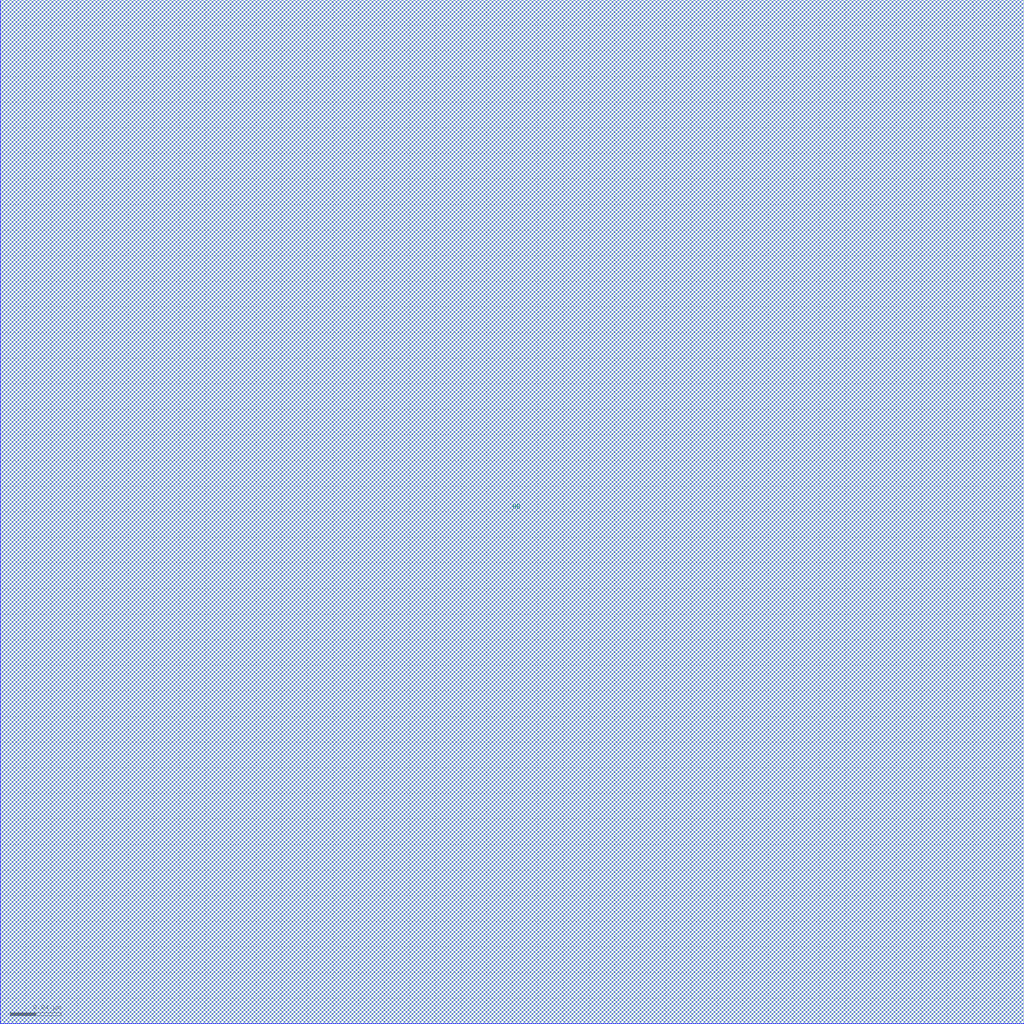
<source format=lef>
# BSD 3-Clause License
# 
# Copyright 2020 Lawrence T. Clark, Vinay Vashishtha, or Arizona State
# University
# 
# Redistribution and use in source and binary forms, with or without
# modification, are permitted provided that the following conditions are met:
# 
# 1. Redistributions of source code must retain the above copyright notice,
# this list of conditions and the following disclaimer.
# 
# 2. Redistributions in binary form must reproduce the above copyright
# notice, this list of conditions and the following disclaimer in the
# documentation and/or other materials provided with the distribution.
# 
# 3. Neither the name of the copyright holder nor the names of its
# contributors may be used to endorse or promote products derived from this
# software without specific prior written permission.
# 
# THIS SOFTWARE IS PROVIDED BY THE COPYRIGHT HOLDERS AND CONTRIBUTORS "AS IS"
# AND ANY EXPRESS OR IMPLIED WARRANTIES, INCLUDING, BUT NOT LIMITED TO, THE
# IMPLIED WARRANTIES OF MERCHANTABILITY AND FITNESS FOR A PARTICULAR PURPOSE
# ARE DISCLAIMED. IN NO EVENT SHALL THE COPYRIGHT HOLDER OR CONTRIBUTORS BE
# LIABLE FOR ANY DIRECT, INDIRECT, INCIDENTAL, SPECIAL, EXEMPLARY, OR
# CONSEQUENTIAL DAMAGES (INCLUDING, BUT NOT LIMITED TO, PROCUREMENT OF
# SUBSTITUTE GOODS OR SERVICES; LOSS OF USE, DATA, OR PROFITS; OR BUSINESS
# INTERRUPTION) HOWEVER CAUSED AND ON ANY THEORY OF LIABILITY, WHETHER IN
# CONTRACT, STRICT LIABILITY, OR TORT (INCLUDING NEGLIGENCE OR OTHERWISE)
# ARISING IN ANY WAY OUT OF THE USE OF THIS SOFTWARE, EVEN IF ADVISED OF THE
# POSSIBILITY OF SUCH DAMAGE.

VERSION 5.8 ;
BUSBITCHARS "[]" ;
DIVIDERCHAR "/" ;
CLEARANCEMEASURE EUCLIDEAN ;
USEMINSPACING OBS OFF ;

UNITS
  DATABASE MICRONS 1000 ;
END UNITS
MANUFACTURINGGRID 0.001 ;

# ========================
# Property Definitions
# ========================
PROPERTYDEFINITIONS
  LAYER LEF58_TYPE STRING ;
  LAYER LEF58_PITCH STRING ;
  LAYER LEF58_GAP STRING ;
  LAYER LEF58_EOLKEEPOUT STRING ;
  LAYER LEF58_SPACING STRING ;
  LAYER LEF58_CORNERSPACING STRING ;
  LAYER LEF58_WIDTHTABLE STRING ;
  LAYER LEF58_CUTCLASS STRING ;
  LAYER LEF58_SPACINGTABLE STRING ;
  LAYER LEF58_ENCLOSURE STRING ;
  LAYER LEF58_RIGHTWAYONGRIDONLY STRING ;
  LAYER LEF58_RECTONLY STRING ;
END PROPERTYDEFINITIONS

# ======================================================
# 1) LAYER DEFINITIONS (all layers first, ordered)
# ======================================================

# --- Base / Implants / Wells ---
LAYER LVTN
  TYPE IMPLANT ;
END LVTN

LAYER LVTP
  TYPE IMPLANT ;
END LVTP

LAYER RVTN
  TYPE IMPLANT ;
END RVTN

LAYER RVTP
  TYPE IMPLANT ;
END RVTP

LAYER RVTN_m
  TYPE IMPLANT ;
END RVTN_m

LAYER RVTP_m
  TYPE IMPLANT ;
END RVTP_m

LAYER SLVTN
  TYPE IMPLANT ;
END SLVTN

LAYER SLVTP
  TYPE IMPLANT ;
END SLVTP

LAYER nwell
  TYPE MASTERSLICE ;
  PROPERTY LEF58_TYPE "TYPE NWELL ;" ;
END nwell

LAYER pwell
  TYPE MASTERSLICE ;
  PROPERTY LEF58_TYPE "TYPE PWELL ;" ;
END pwell

LAYER Gate
  TYPE MASTERSLICE ;
END Gate

LAYER Active
  TYPE MASTERSLICE ;
END Active

# --- Bottom die stack (bottom-up) ---
# LAYER V0
#   TYPE CUT ;
#   SPACING 0.018 ;
#   WIDTH 0.018 ;
# END V0

LAYER M1
  TYPE ROUTING ;
  DIRECTION VERTICAL ;
  PITCH 0.036 ;
  WIDTH 0.018 ;
  SPACING 0.018 ;
  AREA 0.000666 ;
  SPACING 0.018 RANGE 0.036 1.0 ;
  PROPERTY LEF58_EOLKEEPOUT "EOLKEEPOUT 0.01825 EXTENSION 0.0 0.0 0.031 ;" ;
  PROPERTY LEF58_CORNERSPACING "CORNERSPACING CONVEXCORNER CORNERONLY 0.01 WIDTH 0.018 SPACING 0.018 ;" ;
  OFFSET 0.0 ;
# --- RC added from ict/setRC for M1 ---
  THICKNESS 0.036 ;
  HEIGHT 0.141 ;
  RESISTANCE RPERSQ 1.267515 ;
  CAPACITANCE CPERSQDIST 1.000000e-08 ;
  EDGECAPACITANCE 1.000000e-08 ;
END M1

LAYER V1
  TYPE CUT ;
  SPACING 0.018 ;
  WIDTH 0.018 ;
# --- RC added from ict/setRC for V1 ---
  RESISTANCE 17.2 ;
END V1

LAYER M2
  TYPE ROUTING ;
  DIRECTION HORIZONTAL ;
  WIDTH 0.018 ;
  SPACING 0.018 ;
  OFFSET -0.27 ;
  AREA 0.000666 ;
  MINSIZE 0.037 0.018 ;
  PITCH 0.045 0.036 ;
  PROPERTY LEF58_PITCH "
   PITCH 0.036 FIRSTLASTPITCH 0.045
     ;
   " ;
  PROPERTY LEF58_SPACING
   " SPACING 0.018 ENDOFLINE 0.025 WITHIN 0.02 ENDTOEND 0.031
     PARALLELEDGE 0.025 WITHIN 0.02 ; " ;
  PROPERTY LEF58_EOLKEEPOUT "
   EOLKEEPOUT 0.025 EXTENSION 0.0 0.0125 0.031 CORNERONLY ;
   " ;
  PROPERTY LEF58_CORNERSPACING "
   CORNERSPACING CONVEXCORNER WIDTH 0.0 SPACING 0.02 ;
   " ;
  PROPERTY LEF58_WIDTHTABLE "
   WIDTHTABLE 0.018 0.09 0.162 0.234 0.306 0.378 ;
   " ;
  PROPERTY LEF58_RIGHTWAYONGRIDONLY " RIGHTWAYONGRIDONLY ; " ;
  PROPERTY LEF58_RECTONLY " RECTONLY ; " ;
# --- RC added from ict/setRC for M2 ---
  THICKNESS 0.036 ;
  HEIGHT 0.213 ;
  RESISTANCE RPERSQ 0.83216 ;
  CAPACITANCE CPERSQDIST 0.003076 ;
  EDGECAPACITANCE 6.458970e-05 ;
END M2

LAYER V2
  TYPE CUT ;
  SPACING 0.018 ;
  WIDTH 0.018 ;
# --- RC added from ict/setRC for V2 ---
  RESISTANCE 17.2 ;
END V2

LAYER M3
  TYPE ROUTING ;
  DIRECTION VERTICAL ;
  PITCH 0.036 ;
  OFFSET 0.0 ;
  WIDTH 0.018 ;
  SPACING 0.018 ;
  AREA 0.000666 ;
  MINSIZE 0.037 0.018 ;
  PROPERTY LEF58_SPACING
   " SPACING 0.018 ENDOFLINE 0.025 WITHIN 0.0125 ENDTOEND 0.031
     PARALLELEDGE 0.025 WITHIN 0.02 ; " ;
  PROPERTY LEF58_EOLKEEPOUT "
   EOLKEEPOUT 0.025 EXTENSION 0.0 0.0125 0.031 CORNERONLY ;
   " ;
  PROPERTY LEF58_CORNERSPACING "
   CORNERSPACING CONVEXCORNER WIDTH 0.0 SPACING 0.02 ;
   " ;
  PROPERTY LEF58_WIDTHTABLE
   " WIDTHTABLE 0.018 0.09 0.162 0.234 0.306 0.378 ; " ;
  PROPERTY LEF58_RIGHTWAYONGRIDONLY " RIGHTWAYONGRIDONLY ; " ;
  PROPERTY LEF58_RECTONLY " RECTONLY ; " ;
# --- RC added from ict/setRC for M3 ---
  THICKNESS 0.036 ;
  HEIGHT 0.285 ;
  RESISTANCE RPERSQ 0.653852 ;
  CAPACITANCE CPERSQDIST 0.002566 ;
  EDGECAPACITANCE 5.388425e-05 ;
END M3

LAYER V3
  TYPE CUT ;
  PROPERTY LEF58_CUTCLASS "
   CUTCLASS V3 WIDTH 0.018 LENGTH 0.024 CUTS 1 ;
   CUTCLASS V3_0p480 WIDTH 0.018 LENGTH 0.12 CUTS 4 ;
   CUTCLASS V3_0p864 WIDTH 0.018 LENGTH 0.216 CUTS 8 ;
   " ;
  PROPERTY LEF58_SPACINGTABLE "
      SPACINGTABLE
       DEFAULT 0.034
       CUTCLASS V3 V3_0p480 V3_0p864
              V3       -  -        -        -  - -
              V3_0p480 -  -        -        -  - -
              V3_0p864 -  -        -        -  - -
      ;
   " ;
  PROPERTY LEF58_ENCLOSURE "
   ENCLOSURE CUTCLASS V3 BELOW EOL 0.0 0.005 0.0 ;
   ENCLOSURE CUTCLASS V3 ABOVE EOL 0.02425 0.011 0.0 ;
   ENCLOSURE CUTCLASS V3_0p480 END 0.0 SIDE 0.0 ;
   ENCLOSURE CUTCLASS V3_0p864 END 0.0 SIDE 0.0 ;
   " ;
# --- RC added from ict/setRC for V3 ---
  RESISTANCE 17.2 ;
END V3

LAYER M4
  TYPE ROUTING ;
  DIRECTION HORIZONTAL ;
  PITCH 0.048 ;
  WIDTH 0.024 ;
  SPACING 0.024 ;
  OFFSET 0.003 ;
  AREA 0.002 ;
  PROPERTY LEF58_SPACING " SPACING 0.024 ENDOFLINE 0.025 WITHIN 0.04 ENDTOEND 0.04 ; " ;
  PROPERTY LEF58_WIDTHTABLE " WIDTHTABLE 0.024 0.12 0.216 0.312 0.408 ; " ;
  PROPERTY LEF58_CORNERSPACING "   CORNERSPACING CONVEXCORNER CORNERONLY 0.048
   WIDTH 0.0 SPACING 0.04 ;
   " ;
  PROPERTY LEF58_EOLKEEPOUT "
   EOLKEEPOUT 0.025 EXTENSION 0.048 0.02425 0.048 CORNERONLY ;
   " ;
  SPACINGTABLE
    PARALLELRUNLENGTH 0.0
    WIDTH 0.0 0.024
    WIDTH 0.025 0.072 ;
  PROPERTY LEF58_RIGHTWAYONGRIDONLY " RIGHTWAYONGRIDONLY ; " ;
  PROPERTY LEF58_RECTONLY " RECTONLY ; " ;
# --- RC added from ict/setRC for M4 ---
  THICKNESS 0.048 ;
  HEIGHT 0.357 ;
  RESISTANCE RPERSQ 0.487399 ;
  CAPACITANCE CPERSQDIST 0.002368 ;
  EDGECAPACITANCE 6.630190e-05 ;
END M4

LAYER V4
  TYPE CUT ;
  PROPERTY LEF58_CUTCLASS "
   CUTCLASS Vx WIDTH 0.024 LENGTH 0.024 ;
   CUTCLASS Vx_0p480 WIDTH 0.024 LENGTH 0.12 CUTS 4 ;
   CUTCLASS Vx_0p864 WIDTH 0.024 LENGTH 0.216 CUTS 8 ;
   CUTCLASS Vx_1p248 WIDTH 0.024 LENGTH 0.312 CUTS 12 ;
   CUTCLASS Vx_1p632 WIDTH 0.024 LENGTH 0.408 CUTS 16 ;
   " ;
  PROPERTY LEF58_SPACINGTABLE "
      SPACINGTABLE
       DEFAULT 0.034
       CUTCLASS Vx Vx_0p480 Vx_0p864 Vx_1p248 Vx_1p632
              Vx       -  -        -        -        - -  -        -        -        -
              Vx_0p480 -  -        -        -        - -  -        -        -        -
	      Vx_0p864 -  -        -        -        - -  -        -        -        -
	      Vx_1p248 -  -        -        -        - -  -        -        -        -
	      Vx_1p632 -  -        -        -        - -  -        -        -        -
      ;
   " ;
  PROPERTY LEF58_ENCLOSURE "
   ENCLOSURE CUTCLASS Vx 0.011 0.0 ;
   ENCLOSURE CUTCLASS Vx EOL 0.0 0.011 0.011 ;
   ENCLOSURE CUTCLASS Vx_0p480 END 0.0 SIDE 0.0 ;
   ENCLOSURE CUTCLASS Vx_0p864 END 0.0 SIDE 0.0 ;
   ENCLOSURE CUTCLASS Vx_1p248 END 0.0 SIDE 0.0 ;
   ENCLOSURE CUTCLASS Vx_1p632 END 0.0 SIDE 0.0 ;
   " ;
# --- RC added from ict/setRC for V4 ---
  RESISTANCE 11.8 ;
END V4

LAYER M5
  TYPE ROUTING ;
  DIRECTION VERTICAL ;
  PITCH 0.048 ;
  WIDTH 0.024 ;
  SPACING 0.024 ;
  OFFSET 0.0 ;
  AREA 0.002 ;
  PROPERTY LEF58_SPACING " SPACING 0.024 ENDOFLINE 0.025 WITHIN 0.04 ENDTOEND 0.04 ; " ;
  MINIMUMDENSITY 15.0 ;
  MAXIMUMDENSITY 90.0 ;
  DENSITYCHECKWINDOW 20.0 20.0 ;
  DENSITYCHECKSTEP 10.0 ;
  PROPERTY LEF58_WIDTHTABLE
   " WIDTHTABLE 0.024 0.12 0.216 0.312 0.408 0.504 0.6 0.696 0.792 0.888 0.984 ; " ;
  PROPERTY LEF58_CORNERSPACING "
   CORNERSPACING CONVEXCORNER CORNERONLY 0.048
   WIDTH 0.0 SPACING 0.04 ;
   " ;
  PROPERTY LEF58_EOLKEEPOUT "
   EOLKEEPOUT 0.025 EXTENSION 0.048 0.02425 0.048
      CORNERONLY ;
   " ;
  SPACINGTABLE
    PARALLELRUNLENGTH 0.0
    WIDTH 0.0 0.024
    WIDTH 0.025 0.072 ;
  PROPERTY LEF58_RIGHTWAYONGRIDONLY " RIGHTWAYONGRIDONLY ; " ;
  PROPERTY LEF58_RECTONLY " RECTONLY ; " ;
# --- RC added from ict/setRC for M5 ---
  THICKNESS 0.048 ;
  HEIGHT 0.453 ;
  RESISTANCE RPERSQ 0.463212 ;
  CAPACITANCE CPERSQDIST 0.002145 ;
  EDGECAPACITANCE 6.005755e-05 ;
END M5

LAYER V5
  TYPE CUT ;
  PROPERTY LEF58_CUTCLASS "
   CUTCLASS Vx WIDTH 0.024 LENGTH 0.032 ;
   CUTCLASS Vx_0p480 WIDTH 0.024 LENGTH 0.16 CUTS 4 ;
   CUTCLASS Vx_0p864 WIDTH 0.024 LENGTH 0.288 CUTS 8 ;
   CUTCLASS Vx_1p248 WIDTH 0.024 LENGTH 0.416 CUTS 12 ;
   CUTCLASS Vx_1p632 WIDTH 0.024 LENGTH 0.544 CUTS 16 ;
   " ;
  PROPERTY LEF58_SPACINGTABLE "
      SPACINGTABLE
       DEFAULT 0.034
       CUTCLASS Vx Vx_0p480 Vx_0p864 Vx_1p248 Vx_1p632
              Vx       -  -        -        -        - -  -        -        -        -
              Vx_0p480 -  -        -        -        - -  -        -        -        -
	      Vx_0p864 -  -        -        -        - -  -        -        -        -
	      Vx_1p248 -  -        -        -        - -  -        -        -        -
	      Vx_1p632 -  -        -        -        - -  -        -        -        -
      ;
   " ;
  PROPERTY LEF58_ENCLOSURE "
   ENCLOSURE CUTCLASS Vx EOL 0.02425 0.011 0.011 ;
   ENCLOSURE CUTCLASS Vx_0p480 END 0.0 SIDE 0.0 ;
   ENCLOSURE CUTCLASS Vx_0p864 END 0.0 SIDE 0.0 ;
   ENCLOSURE CUTCLASS Vx_1p248 END 0.0 SIDE 0.0 ;
   ENCLOSURE CUTCLASS Vx_1p632 END 0.0 SIDE 0.0 ;
   " ;
# --- RC added from ict/setRC for V5 ---
  RESISTANCE 11.8 ;
END V5

LAYER M6
  TYPE ROUTING ;
  DIRECTION HORIZONTAL ;
  PITCH 0.064 ;
  WIDTH 0.032 ;
  SPACING 0.032 ;
  AREA 0.0021875 ;
  PROPERTY LEF58_SPACING
   " SPACING 0.032 ENDOFLINE 0.0375 WITHIN 0.04 ENDTOEND 0.04 ; " ;
  PROPERTY LEF58_WIDTHTABLE " WIDTHTABLE 0.032 0.16 0.288 0.416 0.544 ; " ;
  PROPERTY LEF58_CORNERSPACING "
   CORNERSPACING CONVEXCORNER CORNERONLY 0.048
   WIDTH 0.0 SPACING 0.04 ;
   " ;
  PROPERTY LEF58_EOLKEEPOUT "
   EOLKEEPOUT 0.05 EXTENSION 0.048 0.03225 0.048 CORNERONLY ;
   " ;
  SPACINGTABLE
    PARALLELRUNLENGTH 0.0
    WIDTH 0.0 0.032
    WIDTH 0.033 0.072 ;
  PROPERTY LEF58_RIGHTWAYONGRIDONLY " RIGHTWAYONGRIDONLY ; " ;
  PROPERTY LEF58_RECTONLY " RECTONLY ; " ;
# --- RC added from ict/setRC for M6 ---
  THICKNESS 0.064 ;
  HEIGHT 0.549 ;
  RESISTANCE RPERSQ 0.379581 ;
  CAPACITANCE CPERSQDIST 0.001651 ;
  EDGECAPACITANCE 6.165110e-05 ;
END M6

LAYER V6
  TYPE CUT ;
  PROPERTY LEF58_CUTCLASS "
   CUTCLASS Vx WIDTH 0.032 LENGTH 0.032 ;
   CUTCLASS Vx_0p640 WIDTH 0.032 LENGTH 0.16 CUTS 4 ;
   CUTCLASS Vx_1p152 WIDTH 0.032 LENGTH 0.288 CUTS 8 ;
   CUTCLASS Vx_1p664 WIDTH 0.032 LENGTH 0.416 CUTS 12 ;
   CUTCLASS Vx_2p176 WIDTH 0.032 LENGTH 0.544 CUTS 16 ;
   " ;
  PROPERTY LEF58_SPACINGTABLE "
      SPACINGTABLE
       DEFAULT 0.034
       CUTCLASS Vx Vx_0p640 Vx_1p152 Vx_1p664 Vx_2p176
              Vx       -  -        -        -        - -  -        -        -        -
              Vx_0p640 -  -        -        -        - -  -        -        -        -
	      Vx_1p152 -  -        -        -        - -  -        -        -        -
	      Vx_1p664 -  -        -        -        - -  -        -        -        -
	      Vx_2p176 -  -        -        -        - -  -        -        -        -
      ;
   " ;
  PROPERTY LEF58_ENCLOSURE "
   ENCLOSURE CUTCLASS Vx 0.011 0.0 ;
   ENCLOSURE CUTCLASS Vx EOL 0.0 0.011 0.011 ;
   ENCLOSURE CUTCLASS Vx_0p640 END 0.0 SIDE 0.0 ;
   ENCLOSURE CUTCLASS Vx_1p152 END 0.0 SIDE 0.0 ;
   ENCLOSURE CUTCLASS Vx_1p664 END 0.0 SIDE 0.0 ;
   ENCLOSURE CUTCLASS Vx_2p176 END 0.0 SIDE 0.0 ;
   " ;
# --- RC added from ict/setRC for V6 ---
  RESISTANCE 8.2 ;
END V6

LAYER M7
  TYPE ROUTING ;
  DIRECTION VERTICAL ;
  PITCH 0.064 ;
  WIDTH 0.032 ;
  SPACING 0.032 ;
  AREA 0.0021875 ;
  PROPERTY LEF58_SPACING
   " SPACING 0.03 ENDOFLINE 0.0375 WITHIN 0.04 ENDTOEND 0.04 ; " ;
  PROPERTY LEF58_WIDTHTABLE " WIDTHTABLE 0.032 0.16 0.288 0.416 0.544 ; " ;
  PROPERTY LEF58_CORNERSPACING "
   CORNERSPACING CONVEXCORNER CORNERONLY 0.075
   WIDTH 0.0 SPACING 0.04 ;
   " ;
  PROPERTY LEF58_EOLKEEPOUT "
   EOLKEEPOUT 0.05 EXTENSION 0.048 0.03225 0.048
      CORNERONLY ;
   " ;
  SPACINGTABLE
    PARALLELRUNLENGTH 0.0
    WIDTH 0.0 0.032
    WIDTH 0.033 0.072 ;
  PROPERTY LEF58_RIGHTWAYONGRIDONLY " RIGHTWAYONGRIDONLY ; " ;
  PROPERTY LEF58_RECTONLY " RECTONLY ; " ;
# --- RC added from ict/setRC for M7 ---
  THICKNESS 0.064 ;
  HEIGHT 0.677 ;
  RESISTANCE RPERSQ 0.400995 ;
  CAPACITANCE CPERSQDIST 0.001378 ;
  EDGECAPACITANCE 5.146050e-05 ;
END M7

LAYER V7
  TYPE CUT ;
  SPACING 0.046 ;
  WIDTH 0.032 ;
# --- RC added from ict/setRC for V7 ---
  RESISTANCE 8.2 ;
END V7

LAYER M8
  TYPE ROUTING ;
  DIRECTION HORIZONTAL ;
  PITCH 0.08 0.08 ;
  WIDTH 0.04 ;
  AREA 0.00752 ;
  SPACINGTABLE
    PARALLELRUNLENGTH 0.0 0.39975 1.19975 1.79975
    WIDTH 0.0 0.04 0.04 0.04 0.04
    WIDTH 0.05975 0.04 0.04 0.04 0.04
    WIDTH 0.07975 0.04 0.04 0.04 0.04
    WIDTH 0.11975 0.04 0.04 0.04 0.04
    WIDTH 0.49975 0.04 0.04 0.04 0.5
    WIDTH 0.99975 0.04 0.04 0.04 1.0 ;
  MINIMUMCUT 2 WIDTH 1.805 WITHIN 1.705 FROMBELOW ;
  MINIMUMCUT 2 WIDTH 1.805 WITHIN 1.705 FROMABOVE ;
  MAXWIDTH 2.0 ;
  MINSTEP 0.04 STEP ;
# --- RC added from ict/setRC for M8 ---
  THICKNESS 0.08 ;
  HEIGHT 0.805 ;
  RESISTANCE RPERSQ 0.474476 ;
  CAPACITANCE CPERSQDIST 0.001321 ;
  EDGECAPACITANCE 6.165110e-05 ;
END M8

LAYER V8
  TYPE CUT ;
  SPACING 0.057 ;
  WIDTH 0.04 ;
# --- RC added from ict/setRC for V8 ---
  RESISTANCE 6.3 ;
END V8

LAYER M9
  TYPE ROUTING ;
  DIRECTION VERTICAL ;
  PITCH 0.08 0.08 ;
  WIDTH 0.04 ;
  AREA 0.00752 ;
  SPACINGTABLE
    PARALLELRUNLENGTH 0.0 0.39975 1.19975 1.79975
    WIDTH 0.0 0.04 0.04 0.04 0.04
    WIDTH 0.05975 0.04 0.04 0.04 0.04
    WIDTH 0.07975 0.04 0.04 0.04 0.04
    WIDTH 0.11975 0.04 0.04 0.04 0.04
    WIDTH 0.49975 0.04 0.04 0.04 0.5
    WIDTH 0.99975 0.04 0.04 0.04 1.0 ;
  MINIMUMCUT 2 WIDTH 1.805 WITHIN 1.705 FROMABOVE ;
  MINSTEP 0.04 STEP ;
# --- RC added from ict/setRC for M9 ---
  THICKNESS 0.08 ;
  HEIGHT 0.965 ;
  RESISTANCE RPERSQ 0.501244 ;
  CAPACITANCE CPERSQDIST 0.001103 ;
  EDGECAPACITANCE 5.146050e-05 ;
END M9

LAYER hb_layer
  TYPE CUT ;
  SPACING 0.8 ;
  WIDTH 0.8 ;
  RESISTANCE 0.02 ;
END hb_layer

LAYER M8_m
  TYPE ROUTING ;
  DIRECTION HORIZONTAL ;
  PITCH 0.08 0.08 ;
  WIDTH 0.04 ;
  AREA 0.00752 ;
  SPACINGTABLE
    PARALLELRUNLENGTH 0.0 0.39975 1.19975 1.79975
    WIDTH 0.0 0.04 0.04 0.04 0.04
    WIDTH 0.05975 0.04 0.04 0.04 0.04
    WIDTH 0.07975 0.04 0.04 0.04 0.04
    WIDTH 0.11975 0.04 0.04 0.04 0.04
    WIDTH 0.49975 0.04 0.04 0.04 0.5
    WIDTH 0.99975 0.04 0.04 0.04 1.0 ;
  MINIMUMCUT 2 WIDTH 1.805 WITHIN 1.705 FROMBELOW ;
  MINIMUMCUT 2 WIDTH 1.805 WITHIN 1.705 FROMABOVE ;
  MAXWIDTH 2.0 ;
  MINSTEP 0.04 STEP ;
# --- RC added from ict/setRC for M8_m ---
  THICKNESS 0.08 ;
  HEIGHT 1.445 ;
  RESISTANCE RPERSQ 0.474476 ;
  CAPACITANCE CPERSQDIST 0.001321 ;
  EDGECAPACITANCE 6.165110e-05 ;
END M8_m

LAYER V7_m
  TYPE CUT ;
  SPACING 0.046 ;
  WIDTH 0.032 ;
# --- RC added from ict/setRC for V7_m ---
  RESISTANCE 8.2 ;
END V7_m

LAYER M7_m
  TYPE ROUTING ;
  DIRECTION VERTICAL ;
  PITCH 0.064 ;
  WIDTH 0.032 ;
  SPACING 0.032 ;
  AREA 0.0021875 ;
  PROPERTY LEF58_SPACING " SPACING 0.03 ENDOFLINE 0.0375 WITHIN 0.04 ENDTOEND 0.04 ; " ;
  PROPERTY LEF58_WIDTHTABLE " WIDTHTABLE 0.032 0.16 0.288 0.416 0.544 ; " ;
  PROPERTY LEF58_CORNERSPACING "
   CORNERSPACING CONVEXCORNER CORNERONLY 0.075
   WIDTH 0.0 SPACING 0.04 ;
   " ;
  PROPERTY LEF58_EOLKEEPOUT "
   EOLKEEPOUT 0.05 EXTENSION 0.048 0.03225 0.048
      CORNERONLY ;
   " ;
  SPACINGTABLE
    PARALLELRUNLENGTH 0.0
    WIDTH 0.0 0.032
    WIDTH 0.033 0.072 ;
  PROPERTY LEF58_RIGHTWAYONGRIDONLY " RIGHTWAYONGRIDONLY ; " ;
  PROPERTY LEF58_RECTONLY " RECTONLY ; " ;
# --- RC added from ict/setRC for M7_m ---
  THICKNESS 0.064 ;
  HEIGHT 1.573 ;
  RESISTANCE RPERSQ 0.400995 ;
  CAPACITANCE CPERSQDIST 0.001378 ;
  EDGECAPACITANCE 5.146050e-05 ;
END M7_m

LAYER V6_m
  TYPE CUT ;
  PROPERTY LEF58_CUTCLASS "
   CUTCLASS Vx WIDTH 0.032 LENGTH 0.032 ;
   CUTCLASS Vx_0p640 WIDTH 0.032 LENGTH 0.16 CUTS 4 ;
   CUTCLASS Vx_1p152 WIDTH 0.032 LENGTH 0.288 CUTS 8 ;
   CUTCLASS Vx_1p664 WIDTH 0.032 LENGTH 0.416 CUTS 12 ;
   CUTCLASS Vx_2p176 WIDTH 0.032 LENGTH 0.544 CUTS 16 ;
   " ;
  PROPERTY LEF58_SPACINGTABLE "
      SPACINGTABLE
       DEFAULT 0.034
       CUTCLASS Vx Vx_0p640 Vx_1p152 Vx_1p664 Vx_2p176
              Vx       -  -        -        -        - -  -        -        -        -
              Vx_0p640 -  -        -        -        - -  -        -        -        -
	      Vx_1p152 -  -        -        -        - -  -        -        -        -
	      Vx_1p664 -  -        -        -        - -  -        -        -        -
	      Vx_2p176 -  -        -        -        - -  -        -        -        -
      ;
   " ;
  PROPERTY LEF58_ENCLOSURE "
   ENCLOSURE CUTCLASS Vx 0.011 0.0 ;
   ENCLOSURE CUTCLASS Vx EOL 0.0 0.011 0.011 ;
   ENCLOSURE CUTCLASS Vx_0p640 END 0.0 SIDE 0.0 ;
   ENCLOSURE CUTCLASS Vx_1p152 END 0.0 SIDE 0.0 ;
   ENCLOSURE CUTCLASS Vx_1p664 END 0.0 SIDE 0.0 ;
   ENCLOSURE CUTCLASS Vx_2p176 END 0.0 SIDE 0.0 ;
   " ;
# --- RC added from ict/setRC for V6_m ---
  RESISTANCE 8.2 ;
END V6_m

LAYER M6_m
  TYPE ROUTING ;
  DIRECTION HORIZONTAL ;
  PITCH 0.064 ;
  WIDTH 0.032 ;
  SPACING 0.032 ;
  AREA 0.0021875 ;
  PROPERTY LEF58_SPACING " SPACING 0.032 ENDOFLINE 0.0375 WITHIN 0.04 ENDTOEND 0.04 ; " ;
  PROPERTY LEF58_WIDTHTABLE " WIDTHTABLE 0.032 0.16 0.288 0.416 0.544 ; " ;
  PROPERTY LEF58_CORNERSPACING "
   CORNERSPACING CONVEXCORNER CORNERONLY 0.048
   WIDTH 0.0 SPACING 0.04 ;
   " ;
  PROPERTY LEF58_EOLKEEPOUT "
   EOLKEEPOUT 0.05 EXTENSION 0.048 0.03225 0.048 CORNERONLY ;
   " ;
  SPACINGTABLE
    PARALLELRUNLENGTH 0.0
    WIDTH 0.0 0.032
    WIDTH 0.033 0.072 ;
  PROPERTY LEF58_RIGHTWAYONGRIDONLY " RIGHTWAYONGRIDONLY ; " ;
  PROPERTY LEF58_RECTONLY " RECTONLY ; " ;
# --- RC added from ict/setRC for M6_m ---
  THICKNESS 0.064 ;
  HEIGHT 1.701 ;
  RESISTANCE RPERSQ 0.379581 ;
  CAPACITANCE CPERSQDIST 0.001651 ;
  EDGECAPACITANCE 6.165110e-05 ;
END M6_m

LAYER V5_m
  TYPE CUT ;
  PROPERTY LEF58_CUTCLASS "
   CUTCLASS Vx WIDTH 0.024 LENGTH 0.032 ;
   CUTCLASS Vx_0p480 WIDTH 0.024 LENGTH 0.16 CUTS 4 ;
   CUTCLASS Vx_0p864 WIDTH 0.024 LENGTH 0.288 CUTS 8 ;
   CUTCLASS Vx_1p248 WIDTH 0.024 LENGTH 0.416 CUTS 12 ;
   CUTCLASS Vx_1p632 WIDTH 0.024 LENGTH 0.544 CUTS 16 ;
   " ;
  PROPERTY LEF58_SPACINGTABLE "
      SPACINGTABLE
       DEFAULT 0.034
       CUTCLASS Vx Vx_0p480 Vx_0p864 Vx_1p248 Vx_1p632
              Vx       -  -        -        -        - -  -        -        -        -
              Vx_0p480 -  -        -        -        - -  -        -        -        -
	      Vx_0p864 -  -        -        -        - -  -        -        -        -
	      Vx_1p248 -  -        -        -        - -  -        -        -        -
	      Vx_1p632 -  -        -        -        - -  -        -        -        -
      ;
   " ;
  PROPERTY LEF58_ENCLOSURE "
   ENCLOSURE CUTCLASS Vx EOL 0.02425 0.011 0.011 ;
   ENCLOSURE CUTCLASS Vx_0p480 END 0.0 SIDE 0.0 ;
   ENCLOSURE CUTCLASS Vx_0p864 END 0.0 SIDE 0.0 ;
   ENCLOSURE CUTCLASS Vx_1p248 END 0.0 SIDE 0.0 ;
   ENCLOSURE CUTCLASS Vx_1p632 END 0.0 SIDE 0.0 ;
   " ;
# --- RC added from ict/setRC for V5_m ---
  RESISTANCE 11.8 ;
END V5_m

LAYER M5_m
  TYPE ROUTING ;
  DIRECTION VERTICAL ;
  PITCH 0.048 ;
  WIDTH 0.024 ;
  SPACING 0.024 ;
  OFFSET 0.0 ;
  AREA 0.002 ;
  PROPERTY LEF58_SPACING " SPACING 0.024 ENDOFLINE 0.025 WITHIN 0.04 ENDTOEND 0.04 ; " ;
  MINIMUMDENSITY 15.0 ;
  MAXIMUMDENSITY 90.0 ;
  DENSITYCHECKWINDOW 20.0 20.0 ;
  DENSITYCHECKSTEP 10.0 ;
  PROPERTY LEF58_WIDTHTABLE
   " WIDTHTABLE 0.024 0.12 0.216 0.312 0.408 0.504 0.6 0.696 0.792 0.888 0.984 ; " ;
  PROPERTY LEF58_CORNERSPACING "
   CORNERSPACING CONVEXCORNER CORNERONLY 0.048
   WIDTH 0.0 SPACING 0.04 ;
   " ;
  PROPERTY LEF58_EOLKEEPOUT "
   EOLKEEPOUT 0.025 EXTENSION 0.048 0.02425 0.048
      CORNERONLY ;
   " ;
  SPACINGTABLE
    PARALLELRUNLENGTH 0.0
    WIDTH 0.0 0.024
    WIDTH 0.025 0.072 ;
  PROPERTY LEF58_RIGHTWAYONGRIDONLY " RIGHTWAYONGRIDONLY ; " ;
  PROPERTY LEF58_RECTONLY " RECTONLY ; " ;
# --- RC added from ict/setRC for M5_m ---
  THICKNESS 0.048 ;
  HEIGHT 1.797 ;
  RESISTANCE RPERSQ 0.463212 ;
  CAPACITANCE CPERSQDIST 0.002145 ;
  EDGECAPACITANCE 6.005755e-05 ;
END M5_m

LAYER V4_m
  TYPE CUT ;
  PROPERTY LEF58_CUTCLASS "
   CUTCLASS Vx WIDTH 0.024 LENGTH 0.024 ;
   CUTCLASS Vx_0p480 WIDTH 0.024 LENGTH 0.12 CUTS 4 ;
   CUTCLASS Vx_0p864 WIDTH 0.024 LENGTH 0.216 CUTS 8 ;
   CUTCLASS Vx_1p248 WIDTH 0.024 LENGTH 0.312 CUTS 12 ;
   CUTCLASS Vx_1p632 WIDTH 0.024 LENGTH 0.408 CUTS 16 ;
   " ;
  PROPERTY LEF58_SPACINGTABLE "
      SPACINGTABLE
       DEFAULT 0.034
       CUTCLASS Vx Vx_0p480 Vx_0p864 Vx_1p248 Vx_1p632
              Vx       -  -        -        -        - -  -        -        -        -
              Vx_0p480 -  -        -        -        - -  -        -        -        -
	      Vx_0p864 -  -        -        -        - -  -        -        -        -
	      Vx_1p248 -  -        -        -        - -  -        -        -        -
	      Vx_1p632 -  -        -        -        - -  -        -        -        -
      ;
   " ;
  PROPERTY LEF58_ENCLOSURE "
   ENCLOSURE CUTCLASS Vx 0.011 0.0 ;
   ENCLOSURE CUTCLASS Vx EOL 0.0 0.011 0.011 ;
   ENCLOSURE CUTCLASS Vx_0p480 END 0.0 SIDE 0.0 ;
   ENCLOSURE CUTCLASS Vx_0p864 END 0.0 SIDE 0.0 ;
   ENCLOSURE CUTCLASS Vx_1p248 END 0.0 SIDE 0.0 ;
   ENCLOSURE CUTCLASS Vx_1p632 END 0.0 SIDE 0.0 ;
   " ;
# --- RC added from ict/setRC for V4_m ---
  RESISTANCE 11.8 ;
END V4_m

LAYER M4_m
  TYPE ROUTING ;
  DIRECTION HORIZONTAL ;
  PITCH 0.048 ;
  WIDTH 0.024 ;
  SPACING 0.024 ;
  OFFSET 0.003 ;
  AREA 0.002 ;
  PROPERTY LEF58_SPACING " SPACING 0.024 ENDOFLINE 0.025 WITHIN 0.04 ENDTOEND 0.04 ; " ;
  PROPERTY LEF58_WIDTHTABLE " WIDTHTABLE 0.024 0.12 0.216 0.312 0.408 ; " ;
  PROPERTY LEF58_CORNERSPACING "
   CORNERSPACING CONVEXCORNER CORNERONLY 0.048
   WIDTH 0.0 SPACING 0.04 ;
   " ;
  PROPERTY LEF58_EOLKEEPOUT "
   EOLKEEPOUT 0.025 EXTENSION 0.048 0.02425 0.048 CORNERONLY ;
   " ;
  SPACINGTABLE
    PARALLELRUNLENGTH 0.0
    WIDTH 0.0 0.024
    WIDTH 0.025 0.072 ;
  PROPERTY LEF58_RIGHTWAYONGRIDONLY " RIGHTWAYONGRIDONLY ; " ;
  PROPERTY LEF58_RECTONLY " RECTONLY ; " ;
# --- RC added from ict/setRC for M4_m ---
  THICKNESS 0.048 ;
  HEIGHT 1.893 ;
  RESISTANCE RPERSQ 0.487399 ;
  CAPACITANCE CPERSQDIST 0.002368 ;
  EDGECAPACITANCE 6.630190e-05 ;
END M4_m

LAYER V3_m
  TYPE CUT ;
  PROPERTY LEF58_CUTCLASS "
   CUTCLASS V3 WIDTH 0.018 LENGTH 0.024 CUTS 1 ;
   CUTCLASS V3_0p480 WIDTH 0.018 LENGTH 0.12 CUTS 4 ;
   CUTCLASS V3_0p864 WIDTH 0.018 LENGTH 0.216 CUTS 8 ;
   " ;
  PROPERTY LEF58_SPACINGTABLE "
      SPACINGTABLE
       DEFAULT 0.034
       CUTCLASS V3 V3_0p480 V3_0p864
              V3       -  -        -        -  - -
              V3_0p480 -  -        -        -  - -
              V3_0p864 -  -        -        -  - -
      ;
   " ;
  PROPERTY LEF58_ENCLOSURE "
   ENCLOSURE CUTCLASS V3 BELOW EOL 0.0 0.005 0.0 ;
   ENCLOSURE CUTCLASS V3 ABOVE EOL 0.02425 0.011 0.0 ;
   ENCLOSURE CUTCLASS V3_0p480 END 0.0 SIDE 0.0 ;
   ENCLOSURE CUTCLASS V3_0p864 END 0.0 SIDE 0.0 ;
   " ;
# --- RC added from ict/setRC for V3_m ---
  RESISTANCE 17.2 ;
END V3_m

LAYER M3_m
  TYPE ROUTING ;
  DIRECTION VERTICAL ;
  PITCH 0.036 ;
  OFFSET 0.0 ;
  WIDTH 0.018 ;
  SPACING 0.018 ;
  AREA 0.000666 ;
  MINSIZE 0.037 0.018 ;
  PROPERTY LEF58_SPACING
   " SPACING 0.018 ENDOFLINE 0.025 WITHIN 0.0125 ENDTOEND 0.031
     PARALLELEDGE 0.025 WITHIN 0.02 ; " ;
  PROPERTY LEF58_EOLKEEPOUT "
   EOLKEEPOUT 0.025 EXTENSION 0.0 0.0125 0.031 CORNERONLY ;
   " ;
  PROPERTY LEF58_CORNERSPACING "
   CORNERSPACING CONVEXCORNER WIDTH 0.0 SPACING 0.02
     ;
   " ;
  PROPERTY LEF58_WIDTHTABLE
   " WIDTHTABLE 0.018 0.09 0.162 0.234 0.306 0.378 ; " ;
  PROPERTY LEF58_RIGHTWAYONGRIDONLY " RIGHTWAYONGRIDONLY ; " ;
  PROPERTY LEF58_RECTONLY " RECTONLY ; " ;
# --- RC added from ict/setRC for M3_m ---
  THICKNESS 0.036 ;
  HEIGHT 1.965 ;
  RESISTANCE RPERSQ 0.653852 ;
  CAPACITANCE CPERSQDIST 0.002566 ;
  EDGECAPACITANCE 5.388425e-05 ;
END M3_m

LAYER V2_m
  TYPE CUT ;
  SPACING 0.018 ;
  WIDTH 0.018 ;
# --- RC added from ict/setRC for V2_m ---
  RESISTANCE 17.2 ;
END V2_m

LAYER M2_m
  TYPE ROUTING ;
  DIRECTION HORIZONTAL ;
  WIDTH 0.018 ;
  SPACING 0.018 ;
  OFFSET -0.27 ;
  AREA 0.000666 ;
  MINSIZE 0.037 0.018 ;
  PITCH 0.045 0.036 ;
  PROPERTY LEF58_PITCH "
   PITCH 0.036 FIRSTLASTPITCH 0.045
     ;
   " ;
  PROPERTY LEF58_SPACING
   " SPACING 0.018 ENDOFLINE 0.025 WITHIN 0.02 ENDTOEND 0.031
     PARALLELEDGE 0.025 WITHIN 0.02 ; " ;
  PROPERTY LEF58_EOLKEEPOUT "
   EOLKEEPOUT 0.025 EXTENSION 0.0 0.0125 0.031 CORNERONLY ;
   " ;
  PROPERTY LEF58_CORNERSPACING "
   CORNERSPACING CONVEXCORNER WIDTH 0.0 SPACING 0.02 ;
   " ;
  PROPERTY LEF58_WIDTHTABLE "
   WIDTHTABLE 0.018 0.09 0.162 0.234 0.306 0.378 ;
   " ;
  PROPERTY LEF58_RIGHTWAYONGRIDONLY " RIGHTWAYONGRIDONLY ; " ;
  PROPERTY LEF58_RECTONLY " RECTONLY ; " ;
# --- RC added from ict/setRC for M2_m ---
  THICKNESS 0.036 ;
  HEIGHT 2.037 ;
  RESISTANCE RPERSQ 0.83216 ;
  CAPACITANCE CPERSQDIST 0.003076 ;
  EDGECAPACITANCE 6.458970e-05 ;
END M2_m

LAYER V1_m
  TYPE CUT ;
  SPACING 0.018 ;
  WIDTH 0.018 ;
# --- RC added from ict/setRC for V1_m ---
  RESISTANCE 17.2 ;
END V1_m

LAYER M1_m
  TYPE ROUTING ;
  DIRECTION VERTICAL ;
  PITCH 0.036 ;
  WIDTH 0.018 ;
  SPACING 0.018 ;
  AREA 0.000666 ;
  PROPERTY LEF58_EOLKEEPOUT "EOLKEEPOUT 0.01825 EXTENSION 0.0 0.0 0.031 ;" ;
  PROPERTY LEF58_CORNERSPACING "CORNERSPACING CONVEXCORNER CORNERONLY 0.01 WIDTH 0.018 SPACING 0.018 ;" ;
  OFFSET 0.0 ;
# --- RC added from ict/setRC for M1_m ---
  THICKNESS 0.036 ;
  HEIGHT 2.109 ;
  RESISTANCE RPERSQ 1.267515 ;
  CAPACITANCE CPERSQDIST 1.000000e-08 ;
  EDGECAPACITANCE 1.000000e-08 ;
END M1_m

# LAYER V0_m
#   TYPE CUT ;
#   SPACING 0.018 ;
#   WIDTH 0.018 ;
# END V0_m

VIA VIA12 Default
  LAYER M1 ;  RECT -0.009 -0.011 0.009 0.011 ;
  LAYER M2 ;  RECT -0.014 -0.009 0.014 0.009 ;
  LAYER V1 ;  RECT -0.009 -0.009 0.009 0.009 ;
END VIA12

VIA VIA23 Default
  LAYER M2 ;  RECT -0.014 -0.009 0.014 0.009 ;
  LAYER M3 ;  RECT -0.009 -0.014 0.009 0.014 ;
  LAYER V2 ;  RECT -0.009 -0.009 0.009 0.009 ;
END VIA23

VIA VIA34 Default
  LAYER M3 ;  RECT -0.009 -0.017 0.009 0.017 ;
  LAYER M4 ;  RECT -0.02 -0.012 0.02 0.012 ;
  LAYER V3 ;  RECT -0.009 -0.012 0.009 0.012 ;
END VIA34

VIA VIA45 Default
  LAYER M4 ;  RECT -0.023 -0.012 0.023 0.012 ;
  LAYER M5 ;  RECT -0.012 -0.023 0.012 0.023 ;
  LAYER V4 ;  RECT -0.012 -0.012 0.012 0.012 ;
END VIA45

VIA VIA56 Default
  LAYER M5 ;  RECT -0.012 -0.027 0.012 0.027 ;
  LAYER M6 ;  RECT -0.023 -0.016 0.023 0.016 ;
  LAYER V5 ;  RECT -0.012 -0.016 0.012 0.016 ;
END VIA56

VIA VIA67 Default
  LAYER M6 ;  RECT -0.027 -0.016 0.027 0.016 ;
  LAYER M7 ;  RECT -0.016 -0.027 0.016 0.027 ;
  LAYER V6 ;  RECT -0.016 -0.016 0.016 0.016 ;
END VIA67

VIA VIA78 Default
  LAYER M7 ;  RECT -0.016 -0.027 0.016 0.027 ;
  LAYER M8 ;  RECT -0.027 -0.020 0.027 0.020 ;
  LAYER V7 ;  RECT -0.016 -0.016 0.016 0.016 ;
END VIA78

VIA VIA89 Default
  LAYER M8 ;  RECT -0.02 -0.02 0.02 0.02 ;
  LAYER M9 ;  RECT -0.02 -0.02 0.02 0.02 ;
  LAYER V8 ;  RECT -0.02 -0.02 0.02 0.02 ;
END VIA89

VIA hb_layer_0 DEFAULT
  LAYER hb_layer ; RECT -0.4 -0.4 0.4 0.4 ;
  LAYER M9 ; RECT -0.4 -0.4 0.4 0.4 ;
  LAYER M8_m ; RECT -0.4 -0.4 0.4 0.4 ;
END hb_layer_0

VIA hb_layer_1 DEFAULT
  LAYER hb_layer ; RECT -0.4 -0.4 0.4 0.4 ;
  LAYER M9 ; RECT -0.8 -0.8 0.8 0.8 ;
  LAYER M8_m ; RECT -0.4 -0.8 0.4 0.8 ;
END hb_layer_1

VIA hb_layer_2 DEFAULT
  LAYER hb_layer ; RECT -0.4 -0.4 0.4 0.4 ;
  LAYER M9 ; RECT -0.8 -0.8 0.8 0.8 ;
  LAYER M8_m ; RECT -0.8 -0.4 0.8 0.4 ;
END hb_layer_2

VIA hb_layer_3 DEFAULT
  LAYER hb_layer ; RECT -0.4 -0.4 0.4 0.4 ;
  LAYER M9 ; RECT -0.4 -0.8 0.4 0.8 ;
  LAYER M8_m ; RECT -0.8 -0.8 0.8 0.8 ;
END hb_layer_3

VIA hb_layer_4 DEFAULT
  LAYER hb_layer ; RECT -0.4 -0.4 0.4 0.4 ;
  LAYER M9 ; RECT -0.4 -0.8 0.4 0.8 ;
  LAYER M8_m ; RECT -0.4 -0.8 0.4 0.8 ;
END hb_layer_4

VIA hb_layer_5 DEFAULT
  LAYER hb_layer ; RECT -0.4 -0.4 0.4 0.4 ;
  LAYER M9 ; RECT -0.4 -0.8 0.4 0.8 ;
  LAYER M8_m ; RECT -0.8 -0.4 0.8 0.4 ;
END hb_layer_5

VIA hb_layer_6 DEFAULT
  LAYER hb_layer ; RECT -0.4 -0.4 0.4 0.4 ;
  LAYER M9 ; RECT -0.8 -0.4 0.8 0.4 ;
  LAYER M8_m ; RECT -0.8 -0.8 0.8 0.8 ;
END hb_layer_6

VIA hb_layer_7 DEFAULT
  LAYER hb_layer ; RECT -0.4 -0.4 0.4 0.4 ;
  LAYER M9 ; RECT -0.8 -0.4 0.8 0.4 ;
  LAYER M8_m ; RECT -0.4 -0.8 0.4 0.8 ;
END hb_layer_7

VIA hb_layer_8 DEFAULT
  LAYER hb_layer ; RECT -0.4 -0.4 0.4 0.4 ;
  LAYER M9 ; RECT -0.8 -0.4 0.8 0.4 ;
  LAYER M8_m ; RECT -0.8 -0.4 0.8 0.4 ;
END hb_layer_8

VIA VIA78_m Default
  LAYER M7_m ; RECT -0.016 -0.027 0.016 0.027 ;
  LAYER M8_m ; RECT -0.027 -0.020 0.027 0.020 ;
  LAYER V7_m ; RECT -0.016 -0.016 0.016 0.016 ;
END VIA78_m

VIA VIA67_m Default
  LAYER M6_m ; RECT -0.027 -0.016 0.027 0.016 ;
  LAYER M7_m ; RECT -0.016 -0.027 0.016 0.027 ;
  LAYER V6_m ; RECT -0.016 -0.016 0.016 0.016 ;
END VIA67_m

VIA VIA56_m Default
  LAYER M5_m ; RECT -0.012 -0.027 0.012 0.027 ;
  LAYER M6_m ; RECT -0.023 -0.016 0.023 0.016 ;
  LAYER V5_m ; RECT -0.012 -0.016 0.012 0.016 ;
END VIA56_m

VIA VIA45_m Default
  LAYER M4_m ; RECT -0.023 -0.012 0.023 0.012 ;
  LAYER M5_m ; RECT -0.012 -0.023 0.012 0.023 ;
  LAYER V4_m ; RECT -0.012 -0.012 0.012 0.012 ;
END VIA45_m

VIA VIA34_m Default
  LAYER M3_m ; RECT -0.009 -0.017 0.009 0.017 ;
  LAYER M4_m ; RECT -0.02 -0.012 0.02 0.012 ;
  LAYER V3_m ; RECT -0.009 -0.012 0.009 0.012 ;
END VIA34_m

VIA VIA23_m Default
  LAYER M2_m ; RECT -0.014 -0.009 0.014 0.009 ;
  LAYER M3_m ; RECT -0.009 -0.014 0.009 0.014 ;
  LAYER V2_m ; RECT -0.009 -0.009 0.009 0.009 ;
END VIA23_m

VIA VIA12_m Default
  LAYER M1_m ; RECT -0.009 -0.011 0.009 0.011 ;
  LAYER M2_m ; RECT -0.014 -0.009 0.014 0.009 ;
  LAYER V1_m ; RECT -0.009 -0.009 0.009 0.009 ;
END VIA12_m

# ======================================================
# 3) VIARULES (after layers & vias)
# ======================================================

VIARULE M9_M8 GENERATE DEFAULT
  LAYER M8 ; ENCLOSURE 0.0 0.0 ;
  LAYER M9 ; ENCLOSURE 0.0 0.02 ;
  LAYER V8 ;
    RECT -0.02 -0.02 0.02 0.02 ;
    SPACING 0.097 BY 0.097 ;
END M9_M8

VIARULE M8_M7 GENERATE DEFAULT
  LAYER M7 ; ENCLOSURE 0.0 0.0 ;
  LAYER M8 ; ENCLOSURE 0.011 0.0 ;
  LAYER V7 ;
    RECT -0.016 -0.016 0.016 0.016 ;
    SPACING 0.078 BY 0.078 ;
END M8_M7

VIARULE M7_M6 GENERATE DEFAULT
  LAYER M6 ; ENCLOSURE 0.011 0.0 ;
  LAYER M7 ; ENCLOSURE 0.0 0.011 ;
  LAYER V6 ;
    RECT -0.016 -0.016 0.016 0.016 ;
    SPACING 0.078 BY 0.078 ;
END M7_M6

VIARULE M6_M5 GENERATE DEFAULT
  LAYER M5 ; ENCLOSURE 0.011 0.0 ; WIDTH 0.024 TO 0.024 ;
  LAYER M6 ; ENCLOSURE 0.011 0.0 ; WIDTH 0.032 TO 0.032 ;
  LAYER V5 ;
    RECT -0.012 -0.016 0.012 0.016 ;
    SPACING 0.058 BY 0.308 ; # avoid dual cut on routing
END M6_M5

VIARULE M3_M2widePWR0p936 GENERATE
  LAYER M2 ; ENCLOSURE 0.0 0.0 ;
  LAYER M3 ; ENCLOSURE 0.0 0.0 ; WIDTH 0.234 TO 0.234 ;
  LAYER V2 ;
    RECT -0.117 -0.009 0.117 0.009 ;
    SPACING 0.277 BY 0.036 ;
END M3_M2widePWR0p936

VIARULE M4_M3widePWR0p864 GENERATE
  LAYER M3 ; ENCLOSURE 0.0 0.0 ; WIDTH 0.2335 TO 0.2345 ;
  LAYER M4 ; ENCLOSURE 0.0 0.0 ; WIDTH 0.2155 TO 0.2165 ;
  LAYER V3 ;
    RECT -0.009 -0.108 0.009 0.108 ;
    SPACING 0.036 BY 0.277 ;
END M4_M3widePWR0p864

VIARULE M5_M4widePWR0p864 GENERATE
  LAYER M4 ; ENCLOSURE 0.0 0.0 ;
  LAYER M5 ; ENCLOSURE 0.0 0.0 ; WIDTH 0.216 TO 0.216 ;
  LAYER V4 ;
    RECT -0.108 -0.012 0.108 0.012 ;
    SPACING 0.532 BY 0.096 ;
END M5_M4widePWR0p864

VIARULE M6_M5widePWR1p152 GENERATE
  LAYER M5 ; ENCLOSURE 0.0 0.0 ;
  LAYER M6 ; ENCLOSURE 0.0 0.0 ; WIDTH 0.288 TO 0.288 ;
  LAYER V5 ;
    RECT -0.012 -0.144 0.012 0.144 ;
    SPACING 0.096 BY 0.382 ;
END M6_M5widePWR1p152

VIARULE M7_M6widePWR1p152 GENERATE
  LAYER M6 ; ENCLOSURE 0.0 0.0 ;
  LAYER M7 ; ENCLOSURE 0.0 0.0 ;
  LAYER V6 ;
    RECT -0.144 -0.016 0.144 0.016 ;
    SPACING 0.532 BY 0.096 ;
END M7_M6widePWR1p152

VIARULE M2_M1 GENERATE DEFAULT
  LAYER M1 ; ENCLOSURE 0.0 0.0 ;
  LAYER M2 ; ENCLOSURE 0.002 0.0 ;
  LAYER V1 ;
    RECT -0.009 -0.009 0.009 0.009 ;
    SPACING 0.036 BY 0.036 ;
END M2_M1

VIARULE hb_layerArray-0 GENERATE
  LAYER M9 ;
    ENCLOSURE 0 0 ;
  LAYER M8_m ;
    ENCLOSURE 0 0 ;
  LAYER hb_layer ;
    RECT -0.4 -0.4 0.4 0.4 ;
    SPACING 1.68 BY 1.68 ;
END hb_layerArray-0

VIARULE M8_m_M7_m GENERATE DEFAULT
  LAYER M7_m ; ENCLOSURE 0.0 0.0 ;
  LAYER M8_m ; ENCLOSURE 0.011 0.0 ;
  LAYER V7_m ;
    RECT -0.016 -0.016 0.016 0.016 ;
    SPACING 0.078 BY 0.078 ;
END M8_m_M7_m

VIARULE M7_m_M6_m GENERATE DEFAULT
  LAYER M6_m ; ENCLOSURE 0.011 0.0 ;
  LAYER M7_m ; ENCLOSURE 0.0 0.011 ;
  LAYER V6_m ;
    RECT -0.016 -0.016 0.016 0.016 ;
    SPACING 0.078 BY 0.078 ;
END M7_m_M6_m

VIARULE M6_m_M5_m GENERATE DEFAULT
  LAYER M5_m ; ENCLOSURE 0.011 0.0 ; WIDTH 0.024 TO 0.024 ;
  LAYER M6_m ; ENCLOSURE 0.011 0.0 ; WIDTH 0.032 TO 0.032 ;
  LAYER V5_m ;
    RECT -0.012 -0.016 0.012 0.016 ;
    SPACING 0.058 BY 0.308 ;
END M6_m_M5_m

VIARULE M3_m_M2_mwidePWR0p936 GENERATE
  LAYER M2_m ; 
    ENCLOSURE 0.0 0.0 ;
  LAYER M3_m ; 
    ENCLOSURE 0.0 0.0 ; WIDTH 0.234 TO 0.234 ;
  LAYER V2_m ;
    RECT -0.117 -0.009 0.117 0.009 ;
    SPACING 0.277 BY 0.036 ;
END M3_m_M2_mwidePWR0p936

VIARULE M4_m_M3_mwidePWR0p864 GENERATE
  LAYER M3_m ; 
    ENCLOSURE 0.0 0.0 ; 
    WIDTH 0.2335 TO 0.2345 ;
  LAYER M4_m ; 
    ENCLOSURE 0.0 0.0 ; 
    WIDTH 0.2155 TO 0.2165 ;
  LAYER V3_m ;
    RECT -0.009 -0.108 0.009 0.108 ;
    SPACING 0.036 BY 0.277 ;
END M4_m_M3_mwidePWR0p864

VIARULE M5_m_M4_mwidePWR0p864 GENERATE
  LAYER M4_m ; ENCLOSURE 0.0 0.0 ;
  LAYER M5_m ; ENCLOSURE 0.0 0.0 ; WIDTH 0.216 TO 0.216 ;
  LAYER V4_m ;
    RECT -0.108 -0.012 0.108 0.012 ;
    SPACING 0.532 BY 0.096 ;
END M5_m_M4_mwidePWR0p864

VIARULE M6_m_M5_mwidePWR1p152 GENERATE
  LAYER M5_m ; ENCLOSURE 0.0 0.0 ;
  LAYER M6_m ; ENCLOSURE 0.0 0.0 ; WIDTH 0.288 TO 0.288 ;
  LAYER V5_m ;
    RECT -0.012 -0.144 0.012 0.144 ;
    SPACING 0.096 BY 0.382 ;
END M6_m_M5_mwidePWR1p152

VIARULE M7_m_M6_mwidePWR1p152 GENERATE
  LAYER M6_m ; ENCLOSURE 0.0 0.0 ;
  LAYER M7_m ; ENCLOSURE 0.0 0.0 ;
  LAYER V6_m ;
    RECT -0.144 -0.016 0.144 0.016 ;
    SPACING 0.532 BY 0.096 ;
END M7_m_M6_mwidePWR1p152

VIARULE M2_m_M1_m GENERATE DEFAULT
  LAYER M1_m ; ENCLOSURE 0.0 0.0 ;
  LAYER M2_m ; ENCLOSURE 0.002 0.0 ;
  LAYER V1_m ;
    RECT -0.009 -0.009 0.009 0.009 ;
    SPACING 0.036 BY 0.036 ;
END M2_m_M1_m

END LIBRARY

MACRO HBT_BUF_bottom
  CLASS COVER ;
  ORIGIN 0.0 0.0 ;
  SIZE 0.8 BY 0.8 ;  
  SYMMETRY X Y R90 ;
  SITE CORE ;         

  PIN HB
    DIRECTION INOUT ;
    USE SIGNAL ;
    PORT
      LAYER M9 ;
        RECT 0.0 0.0 0.8 0.8 ;
    END
  END HB

END HBT_BUF_bottom

MACRO HBT_BUF_T
  CLASS COVER ;
  ORIGIN 0.0 0.0 ;
  SIZE 0.8 BY 0.8 ;   
  SYMMETRY X Y R90 ;
  SITE CORE ;         

  PIN HB
    DIRECTION INOUT ;
    USE SIGNAL ;
    PORT
      LAYER M8_m ;
        RECT 0.0 0.0 0.8 0.8 ;
    END
  END HB

END HBT_BUF_T

</source>
